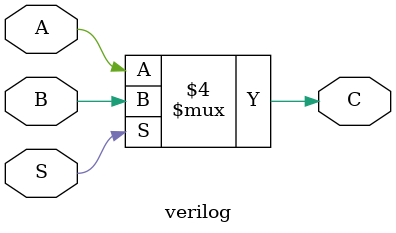
<source format=v>
`timescale 1ns / 1ps


module verilog(
    input A ,
    input B,
    input S, 
    output reg C

    );
    // Structural modeling
//    wire temp1 ;
//    wire temp2;
    
//    assign temp1 = ~S & A ; 
//    assign temp2 = S & B; 
//    assign C = temp1 | temp2;

    // Behavioral modeling
    always @(A or B or S)
    begin 
        if ( S==0 )
            C = A ;
        else 
            C = B;
    
    
    end
    
endmodule

</source>
